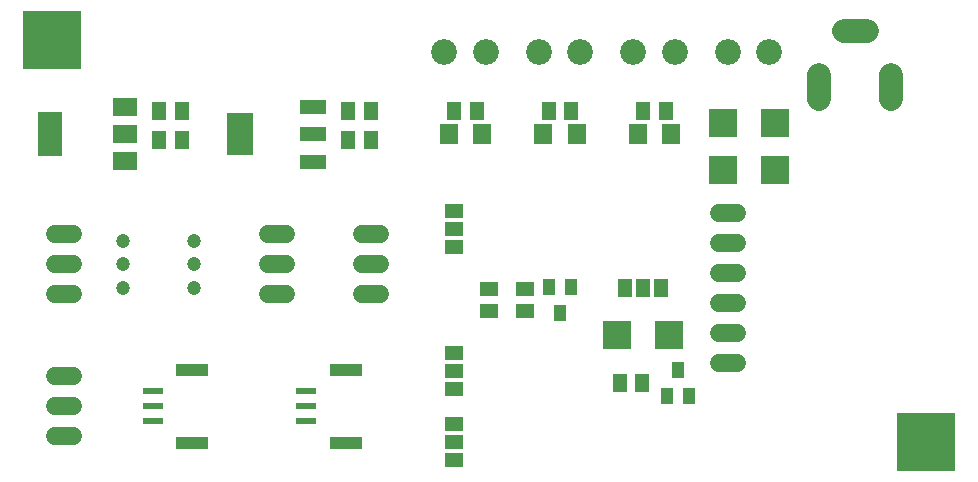
<source format=gbr>
G04 EAGLE Gerber RS-274X export*
G75*
%MOMM*%
%FSLAX34Y34*%
%LPD*%
%INSoldermask Top*%
%IPPOS*%
%AMOC8*
5,1,8,0,0,1.08239X$1,22.5*%
G01*
%ADD10R,1.000000X1.400000*%
%ADD11R,1.500000X1.300000*%
%ADD12C,2.000000*%
%ADD13C,1.524000*%
%ADD14R,2.235200X1.219200*%
%ADD15R,2.200000X3.600000*%
%ADD16R,1.300000X1.500000*%
%ADD17R,2.400000X2.400000*%
%ADD18C,1.500000*%
%ADD19C,1.200000*%
%ADD20R,1.700000X0.600000*%
%ADD21R,2.800000X1.000000*%
%ADD22R,1.600000X1.803000*%
%ADD23R,2.006600X1.498600*%
%ADD24R,2.006600X3.810000*%
%ADD25R,1.168400X1.600200*%
%ADD26R,1.600200X1.168400*%
%ADD27C,2.184400*%
%ADD28R,4.900000X4.900000*%


D10*
X460000Y139000D03*
X450500Y161000D03*
X469500Y161000D03*
D11*
X400000Y159500D03*
X400000Y140500D03*
D12*
X679000Y320000D02*
X679000Y340000D01*
X740000Y340000D02*
X740000Y320000D01*
X720000Y378000D02*
X700000Y378000D01*
D13*
X609520Y223500D02*
X594280Y223500D01*
X594280Y198100D02*
X609520Y198100D01*
X609520Y172700D02*
X594280Y172700D01*
X594280Y147300D02*
X609520Y147300D01*
X609520Y121900D02*
X594280Y121900D01*
X594280Y96500D02*
X609520Y96500D01*
D14*
X250988Y266886D03*
X250988Y290000D03*
X250988Y313114D03*
D15*
X189010Y290000D03*
D16*
X280500Y285000D03*
X299500Y285000D03*
X280500Y310000D03*
X299500Y310000D03*
D10*
X560000Y91000D03*
X569500Y69000D03*
X550500Y69000D03*
D16*
X529500Y80000D03*
X510500Y80000D03*
D17*
X598000Y300000D03*
X642000Y300000D03*
D18*
X227500Y180000D02*
X212500Y180000D01*
X212500Y154600D02*
X227500Y154600D01*
X227500Y205400D02*
X212500Y205400D01*
D19*
X90000Y180000D03*
X90000Y160000D03*
X90000Y200000D03*
D20*
X245000Y47500D03*
X245000Y60000D03*
D21*
X278500Y91000D03*
X278500Y29000D03*
D20*
X245000Y72500D03*
D22*
X554220Y290000D03*
X525780Y290000D03*
D17*
X598000Y260000D03*
X642000Y260000D03*
D20*
X115000Y47500D03*
X115000Y60000D03*
D21*
X148500Y91000D03*
X148500Y29000D03*
D20*
X115000Y72500D03*
D17*
X508000Y120000D03*
X552000Y120000D03*
D11*
X430000Y159500D03*
X430000Y140500D03*
D13*
X47620Y34600D02*
X32380Y34600D01*
X32380Y60000D02*
X47620Y60000D01*
X47620Y85400D02*
X32380Y85400D01*
X32380Y154600D02*
X47620Y154600D01*
X47620Y180000D02*
X32380Y180000D01*
X32380Y205400D02*
X47620Y205400D01*
D18*
X292500Y180000D02*
X307500Y180000D01*
X307500Y154600D02*
X292500Y154600D01*
X292500Y205400D02*
X307500Y205400D01*
D19*
X150000Y180000D03*
X150000Y160000D03*
X150000Y200000D03*
D23*
X91496Y267394D03*
X91496Y290254D03*
X91496Y313114D03*
D24*
X28504Y290000D03*
D16*
X120500Y310000D03*
X139500Y310000D03*
X120500Y285000D03*
X139500Y285000D03*
D25*
X514760Y160000D03*
X530000Y160000D03*
X545240Y160000D03*
D26*
X370000Y14760D03*
X370000Y30000D03*
X370000Y45240D03*
X370000Y74760D03*
X370000Y90000D03*
X370000Y105240D03*
X370000Y194760D03*
X370000Y210000D03*
X370000Y225240D03*
D16*
X549500Y310000D03*
X530500Y310000D03*
D22*
X474220Y290000D03*
X445780Y290000D03*
D16*
X469500Y310000D03*
X450500Y310000D03*
D22*
X394220Y290000D03*
X365780Y290000D03*
D16*
X389500Y310000D03*
X370500Y310000D03*
D27*
X522000Y360000D03*
X557000Y360000D03*
X442000Y360000D03*
X477000Y360000D03*
X362000Y360000D03*
X397000Y360000D03*
X602000Y360000D03*
X637000Y360000D03*
D28*
X30000Y370000D03*
X770000Y30000D03*
M02*

</source>
